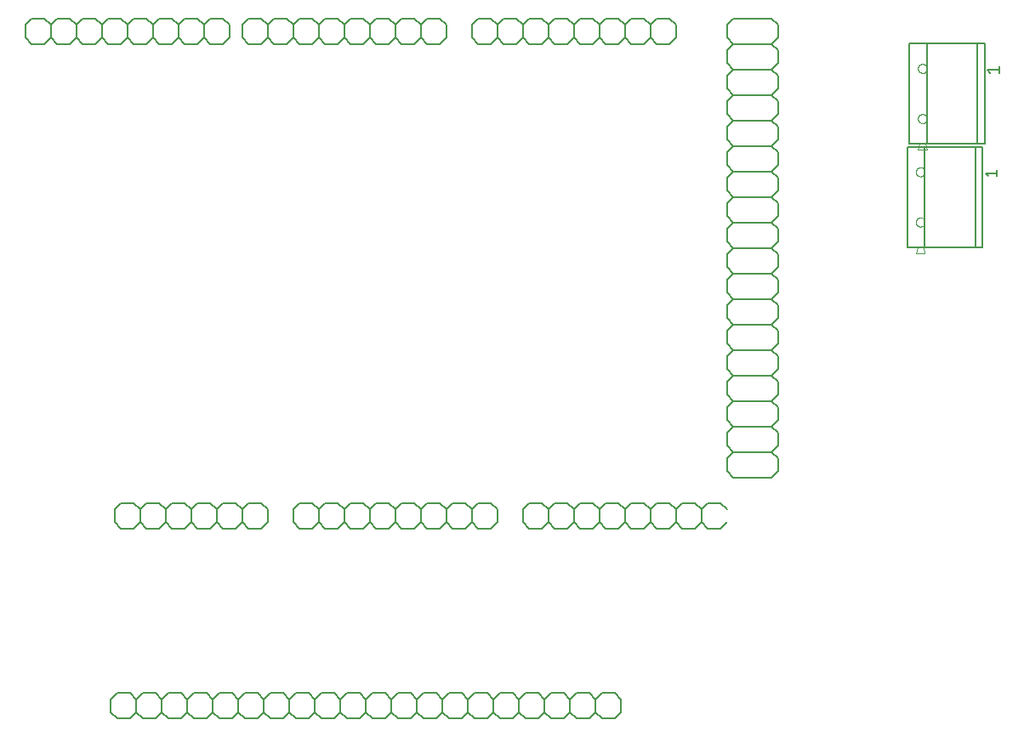
<source format=gto>
G75*
%MOIN*%
%OFA0B0*%
%FSLAX25Y25*%
%IPPOS*%
%LPD*%
%AMOC8*
5,1,8,0,0,1.08239X$1,22.5*
%
%ADD10C,0.00600*%
%ADD11C,0.00300*%
%ADD12C,0.00500*%
D10*
X0128543Y0038800D02*
X0131043Y0036300D01*
X0136043Y0036300D01*
X0138543Y0038800D01*
X0141043Y0036300D01*
X0146043Y0036300D01*
X0148543Y0038800D01*
X0148543Y0043800D01*
X0146043Y0046300D01*
X0141043Y0046300D01*
X0138543Y0043800D01*
X0138543Y0038800D01*
X0138543Y0043800D02*
X0136043Y0046300D01*
X0131043Y0046300D01*
X0128543Y0043800D01*
X0128543Y0038800D01*
X0148543Y0038800D02*
X0151043Y0036300D01*
X0156043Y0036300D01*
X0158543Y0038800D01*
X0161043Y0036300D01*
X0166043Y0036300D01*
X0168543Y0038800D01*
X0171043Y0036300D01*
X0176043Y0036300D01*
X0178543Y0038800D01*
X0178543Y0043800D01*
X0176043Y0046300D01*
X0171043Y0046300D01*
X0168543Y0043800D01*
X0168543Y0038800D01*
X0168543Y0043800D02*
X0166043Y0046300D01*
X0161043Y0046300D01*
X0158543Y0043800D01*
X0158543Y0038800D01*
X0158543Y0043800D02*
X0156043Y0046300D01*
X0151043Y0046300D01*
X0148543Y0043800D01*
X0178543Y0043800D02*
X0181043Y0046300D01*
X0186043Y0046300D01*
X0188543Y0043800D01*
X0191043Y0046300D01*
X0196043Y0046300D01*
X0198543Y0043800D01*
X0201043Y0046300D01*
X0206043Y0046300D01*
X0208543Y0043800D01*
X0208543Y0038800D01*
X0206043Y0036300D01*
X0201043Y0036300D01*
X0198543Y0038800D01*
X0196043Y0036300D01*
X0191043Y0036300D01*
X0188543Y0038800D01*
X0186043Y0036300D01*
X0181043Y0036300D01*
X0178543Y0038800D01*
X0188543Y0038800D02*
X0188543Y0043800D01*
X0198543Y0043800D02*
X0198543Y0038800D01*
X0208543Y0038800D02*
X0211043Y0036300D01*
X0216043Y0036300D01*
X0218543Y0038800D01*
X0221043Y0036300D01*
X0226043Y0036300D01*
X0228543Y0038800D01*
X0231043Y0036300D01*
X0236043Y0036300D01*
X0238543Y0038800D01*
X0238543Y0043800D01*
X0236043Y0046300D01*
X0231043Y0046300D01*
X0228543Y0043800D01*
X0228543Y0038800D01*
X0228543Y0043800D02*
X0226043Y0046300D01*
X0221043Y0046300D01*
X0218543Y0043800D01*
X0218543Y0038800D01*
X0218543Y0043800D02*
X0216043Y0046300D01*
X0211043Y0046300D01*
X0208543Y0043800D01*
X0238543Y0043800D02*
X0241043Y0046300D01*
X0246043Y0046300D01*
X0248543Y0043800D01*
X0251043Y0046300D01*
X0256043Y0046300D01*
X0258543Y0043800D01*
X0261043Y0046300D01*
X0266043Y0046300D01*
X0268543Y0043800D01*
X0268543Y0038800D01*
X0266043Y0036300D01*
X0261043Y0036300D01*
X0258543Y0038800D01*
X0256043Y0036300D01*
X0251043Y0036300D01*
X0248543Y0038800D01*
X0246043Y0036300D01*
X0241043Y0036300D01*
X0238543Y0038800D01*
X0248543Y0038800D02*
X0248543Y0043800D01*
X0258543Y0043800D02*
X0258543Y0038800D01*
X0268543Y0038800D02*
X0271043Y0036300D01*
X0276043Y0036300D01*
X0278543Y0038800D01*
X0281043Y0036300D01*
X0286043Y0036300D01*
X0288543Y0038800D01*
X0291043Y0036300D01*
X0296043Y0036300D01*
X0298543Y0038800D01*
X0298543Y0043800D01*
X0296043Y0046300D01*
X0291043Y0046300D01*
X0288543Y0043800D01*
X0288543Y0038800D01*
X0288543Y0043800D02*
X0286043Y0046300D01*
X0281043Y0046300D01*
X0278543Y0043800D01*
X0278543Y0038800D01*
X0278543Y0043800D02*
X0276043Y0046300D01*
X0271043Y0046300D01*
X0268543Y0043800D01*
X0298543Y0043800D02*
X0301043Y0046300D01*
X0306043Y0046300D01*
X0308543Y0043800D01*
X0311043Y0046300D01*
X0316043Y0046300D01*
X0318543Y0043800D01*
X0321043Y0046300D01*
X0326043Y0046300D01*
X0328543Y0043800D01*
X0328543Y0038800D01*
X0326043Y0036300D01*
X0321043Y0036300D01*
X0318543Y0038800D01*
X0316043Y0036300D01*
X0311043Y0036300D01*
X0308543Y0038800D01*
X0306043Y0036300D01*
X0301043Y0036300D01*
X0298543Y0038800D01*
X0308543Y0038800D02*
X0308543Y0043800D01*
X0318543Y0043800D02*
X0318543Y0038800D01*
X0317500Y0110906D02*
X0312500Y0110906D01*
X0310000Y0113406D01*
X0307500Y0110906D01*
X0302500Y0110906D01*
X0300000Y0113406D01*
X0297500Y0110906D01*
X0292500Y0110906D01*
X0290000Y0113406D01*
X0290000Y0118406D01*
X0292500Y0120906D01*
X0297500Y0120906D01*
X0300000Y0118406D01*
X0300000Y0113406D01*
X0300000Y0118406D02*
X0302500Y0120906D01*
X0307500Y0120906D01*
X0310000Y0118406D01*
X0312500Y0120906D01*
X0317500Y0120906D01*
X0320000Y0118406D01*
X0322500Y0120906D01*
X0327500Y0120906D01*
X0330000Y0118406D01*
X0330000Y0113406D01*
X0327500Y0110906D01*
X0322500Y0110906D01*
X0320000Y0113406D01*
X0317500Y0110906D01*
X0320000Y0113406D02*
X0320000Y0118406D01*
X0310000Y0118406D02*
X0310000Y0113406D01*
X0330000Y0113406D02*
X0332500Y0110906D01*
X0337500Y0110906D01*
X0340000Y0113406D01*
X0342500Y0110906D01*
X0347500Y0110906D01*
X0350000Y0113406D01*
X0352500Y0110906D01*
X0357500Y0110906D01*
X0360000Y0113406D01*
X0362500Y0110906D01*
X0367500Y0110906D01*
X0370000Y0113406D01*
X0370000Y0118406D02*
X0367500Y0120906D01*
X0362500Y0120906D01*
X0360000Y0118406D01*
X0360000Y0113406D01*
X0360000Y0118406D02*
X0357500Y0120906D01*
X0352500Y0120906D01*
X0350000Y0118406D01*
X0350000Y0113406D01*
X0350000Y0118406D02*
X0347500Y0120906D01*
X0342500Y0120906D01*
X0340000Y0118406D01*
X0340000Y0113406D01*
X0340000Y0118406D02*
X0337500Y0120906D01*
X0332500Y0120906D01*
X0330000Y0118406D01*
X0370000Y0133406D02*
X0372500Y0130906D01*
X0387500Y0130906D01*
X0390000Y0133406D01*
X0390000Y0138406D01*
X0387500Y0140906D01*
X0372500Y0140906D01*
X0370000Y0143406D01*
X0370000Y0148406D01*
X0372500Y0150906D01*
X0387500Y0150906D01*
X0390000Y0148406D01*
X0390000Y0143406D01*
X0387500Y0140906D01*
X0387500Y0150906D02*
X0390000Y0153406D01*
X0390000Y0158406D01*
X0387500Y0160906D01*
X0372500Y0160906D01*
X0370000Y0163406D01*
X0370000Y0168406D01*
X0372500Y0170906D01*
X0387500Y0170906D01*
X0390000Y0168406D01*
X0390000Y0163406D01*
X0387500Y0160906D01*
X0387500Y0170906D02*
X0390000Y0173406D01*
X0390000Y0178406D01*
X0387500Y0180906D01*
X0372500Y0180906D01*
X0370000Y0183406D01*
X0370000Y0188406D01*
X0372500Y0190906D01*
X0387500Y0190906D01*
X0390000Y0188406D01*
X0390000Y0183406D01*
X0387500Y0180906D01*
X0387500Y0190906D02*
X0390000Y0193406D01*
X0390000Y0198406D01*
X0387500Y0200906D01*
X0372500Y0200906D01*
X0370000Y0203406D01*
X0370000Y0208406D01*
X0372500Y0210906D01*
X0387500Y0210906D01*
X0390000Y0208406D01*
X0390000Y0203406D01*
X0387500Y0200906D01*
X0387500Y0210906D02*
X0390000Y0213406D01*
X0390000Y0218406D01*
X0387500Y0220906D01*
X0372500Y0220906D01*
X0370000Y0223406D01*
X0370000Y0228406D01*
X0372500Y0230906D01*
X0387500Y0230906D01*
X0390000Y0228406D01*
X0390000Y0223406D01*
X0387500Y0220906D01*
X0387500Y0230906D02*
X0390000Y0233406D01*
X0390000Y0238406D01*
X0387500Y0240906D01*
X0372500Y0240906D01*
X0370000Y0243406D01*
X0370000Y0248406D01*
X0372500Y0250906D01*
X0387500Y0250906D01*
X0390000Y0248406D01*
X0390000Y0243406D01*
X0387500Y0240906D01*
X0387500Y0250906D02*
X0390000Y0253406D01*
X0390000Y0258406D01*
X0387500Y0260906D01*
X0372500Y0260906D01*
X0370000Y0258406D01*
X0370000Y0253406D01*
X0372500Y0250906D01*
X0372500Y0260906D02*
X0370000Y0263406D01*
X0370000Y0268406D01*
X0372500Y0270906D01*
X0387500Y0270906D01*
X0390000Y0268406D01*
X0390000Y0263406D01*
X0387500Y0260906D01*
X0387500Y0270906D02*
X0390000Y0273406D01*
X0390000Y0278406D01*
X0387500Y0280906D01*
X0372500Y0280906D01*
X0370000Y0278406D01*
X0370000Y0273406D01*
X0372500Y0270906D01*
X0372500Y0280906D02*
X0370000Y0283406D01*
X0370000Y0288406D01*
X0372500Y0290906D01*
X0387500Y0290906D01*
X0390000Y0288406D01*
X0390000Y0283406D01*
X0387500Y0280906D01*
X0387500Y0290906D02*
X0390000Y0293406D01*
X0390000Y0298406D01*
X0387500Y0300906D01*
X0372500Y0300906D01*
X0370000Y0298406D01*
X0370000Y0293406D01*
X0372500Y0290906D01*
X0372500Y0300906D02*
X0370000Y0303406D01*
X0370000Y0308406D01*
X0372500Y0310906D01*
X0387500Y0310906D01*
X0390000Y0308406D01*
X0390000Y0303406D01*
X0387500Y0300906D01*
X0350000Y0303406D02*
X0347500Y0300906D01*
X0342500Y0300906D01*
X0340000Y0303406D01*
X0340000Y0308406D01*
X0342500Y0310906D01*
X0347500Y0310906D01*
X0350000Y0308406D01*
X0350000Y0303406D01*
X0340000Y0303406D02*
X0337500Y0300906D01*
X0332500Y0300906D01*
X0330000Y0303406D01*
X0327500Y0300906D01*
X0322500Y0300906D01*
X0320000Y0303406D01*
X0317500Y0300906D01*
X0312500Y0300906D01*
X0310000Y0303406D01*
X0310000Y0308406D01*
X0312500Y0310906D01*
X0317500Y0310906D01*
X0320000Y0308406D01*
X0322500Y0310906D01*
X0327500Y0310906D01*
X0330000Y0308406D01*
X0332500Y0310906D01*
X0337500Y0310906D01*
X0340000Y0308406D01*
X0330000Y0308406D02*
X0330000Y0303406D01*
X0320000Y0303406D02*
X0320000Y0308406D01*
X0310000Y0308406D02*
X0307500Y0310906D01*
X0302500Y0310906D01*
X0300000Y0308406D01*
X0297500Y0310906D01*
X0292500Y0310906D01*
X0290000Y0308406D01*
X0287500Y0310906D01*
X0282500Y0310906D01*
X0280000Y0308406D01*
X0277500Y0310906D01*
X0272500Y0310906D01*
X0270000Y0308406D01*
X0270000Y0303406D01*
X0272500Y0300906D01*
X0277500Y0300906D01*
X0280000Y0303406D01*
X0280000Y0308406D01*
X0280000Y0303406D02*
X0282500Y0300906D01*
X0287500Y0300906D01*
X0290000Y0303406D01*
X0290000Y0308406D01*
X0290000Y0303406D02*
X0292500Y0300906D01*
X0297500Y0300906D01*
X0300000Y0303406D01*
X0300000Y0308406D01*
X0300000Y0303406D02*
X0302500Y0300906D01*
X0307500Y0300906D01*
X0310000Y0303406D01*
X0260000Y0303406D02*
X0257500Y0300906D01*
X0252500Y0300906D01*
X0250000Y0303406D01*
X0250000Y0308406D01*
X0252500Y0310906D01*
X0257500Y0310906D01*
X0260000Y0308406D01*
X0260000Y0303406D01*
X0250000Y0303406D02*
X0247500Y0300906D01*
X0242500Y0300906D01*
X0240000Y0303406D01*
X0237500Y0300906D01*
X0232500Y0300906D01*
X0230000Y0303406D01*
X0227500Y0300906D01*
X0222500Y0300906D01*
X0220000Y0303406D01*
X0220000Y0308406D01*
X0222500Y0310906D01*
X0227500Y0310906D01*
X0230000Y0308406D01*
X0232500Y0310906D01*
X0237500Y0310906D01*
X0240000Y0308406D01*
X0242500Y0310906D01*
X0247500Y0310906D01*
X0250000Y0308406D01*
X0240000Y0308406D02*
X0240000Y0303406D01*
X0230000Y0303406D02*
X0230000Y0308406D01*
X0220000Y0308406D02*
X0217500Y0310906D01*
X0212500Y0310906D01*
X0210000Y0308406D01*
X0207500Y0310906D01*
X0202500Y0310906D01*
X0200000Y0308406D01*
X0197500Y0310906D01*
X0192500Y0310906D01*
X0190000Y0308406D01*
X0187500Y0310906D01*
X0182500Y0310906D01*
X0180000Y0308406D01*
X0180000Y0303406D01*
X0182500Y0300906D01*
X0187500Y0300906D01*
X0190000Y0303406D01*
X0190000Y0308406D01*
X0190000Y0303406D02*
X0192500Y0300906D01*
X0197500Y0300906D01*
X0200000Y0303406D01*
X0200000Y0308406D01*
X0200000Y0303406D02*
X0202500Y0300906D01*
X0207500Y0300906D01*
X0210000Y0303406D01*
X0210000Y0308406D01*
X0210000Y0303406D02*
X0212500Y0300906D01*
X0217500Y0300906D01*
X0220000Y0303406D01*
X0175000Y0303406D02*
X0172500Y0300906D01*
X0167500Y0300906D01*
X0165000Y0303406D01*
X0165000Y0308406D01*
X0167500Y0310906D01*
X0172500Y0310906D01*
X0175000Y0308406D01*
X0175000Y0303406D01*
X0165000Y0303406D02*
X0162500Y0300906D01*
X0157500Y0300906D01*
X0155000Y0303406D01*
X0152500Y0300906D01*
X0147500Y0300906D01*
X0145000Y0303406D01*
X0142500Y0300906D01*
X0137500Y0300906D01*
X0135000Y0303406D01*
X0135000Y0308406D01*
X0137500Y0310906D01*
X0142500Y0310906D01*
X0145000Y0308406D01*
X0147500Y0310906D01*
X0152500Y0310906D01*
X0155000Y0308406D01*
X0157500Y0310906D01*
X0162500Y0310906D01*
X0165000Y0308406D01*
X0155000Y0308406D02*
X0155000Y0303406D01*
X0145000Y0303406D02*
X0145000Y0308406D01*
X0135000Y0308406D02*
X0132500Y0310906D01*
X0127500Y0310906D01*
X0125000Y0308406D01*
X0122500Y0310906D01*
X0117500Y0310906D01*
X0115000Y0308406D01*
X0112500Y0310906D01*
X0107500Y0310906D01*
X0105000Y0308406D01*
X0102500Y0310906D01*
X0097500Y0310906D01*
X0095000Y0308406D01*
X0095000Y0303406D01*
X0097500Y0300906D01*
X0102500Y0300906D01*
X0105000Y0303406D01*
X0105000Y0308406D01*
X0105000Y0303406D02*
X0107500Y0300906D01*
X0112500Y0300906D01*
X0115000Y0303406D01*
X0115000Y0308406D01*
X0115000Y0303406D02*
X0117500Y0300906D01*
X0122500Y0300906D01*
X0125000Y0303406D01*
X0125000Y0308406D01*
X0125000Y0303406D02*
X0127500Y0300906D01*
X0132500Y0300906D01*
X0135000Y0303406D01*
X0132500Y0120906D02*
X0137500Y0120906D01*
X0140000Y0118406D01*
X0140000Y0113406D01*
X0137500Y0110906D01*
X0132500Y0110906D01*
X0130000Y0113406D01*
X0130000Y0118406D01*
X0132500Y0120906D01*
X0140000Y0118406D02*
X0142500Y0120906D01*
X0147500Y0120906D01*
X0150000Y0118406D01*
X0152500Y0120906D01*
X0157500Y0120906D01*
X0160000Y0118406D01*
X0162500Y0120906D01*
X0167500Y0120906D01*
X0170000Y0118406D01*
X0170000Y0113406D01*
X0167500Y0110906D01*
X0162500Y0110906D01*
X0160000Y0113406D01*
X0157500Y0110906D01*
X0152500Y0110906D01*
X0150000Y0113406D01*
X0147500Y0110906D01*
X0142500Y0110906D01*
X0140000Y0113406D01*
X0150000Y0113406D02*
X0150000Y0118406D01*
X0160000Y0118406D02*
X0160000Y0113406D01*
X0170000Y0113406D02*
X0172500Y0110906D01*
X0177500Y0110906D01*
X0180000Y0113406D01*
X0182500Y0110906D01*
X0187500Y0110906D01*
X0190000Y0113406D01*
X0190000Y0118406D01*
X0187500Y0120906D01*
X0182500Y0120906D01*
X0180000Y0118406D01*
X0180000Y0113406D01*
X0180000Y0118406D02*
X0177500Y0120906D01*
X0172500Y0120906D01*
X0170000Y0118406D01*
X0200000Y0118406D02*
X0200000Y0113406D01*
X0202500Y0110906D01*
X0207500Y0110906D01*
X0210000Y0113406D01*
X0210000Y0118406D01*
X0207500Y0120906D01*
X0202500Y0120906D01*
X0200000Y0118406D01*
X0210000Y0118406D02*
X0212500Y0120906D01*
X0217500Y0120906D01*
X0220000Y0118406D01*
X0222500Y0120906D01*
X0227500Y0120906D01*
X0230000Y0118406D01*
X0232500Y0120906D01*
X0237500Y0120906D01*
X0240000Y0118406D01*
X0240000Y0113406D01*
X0237500Y0110906D01*
X0232500Y0110906D01*
X0230000Y0113406D01*
X0227500Y0110906D01*
X0222500Y0110906D01*
X0220000Y0113406D01*
X0217500Y0110906D01*
X0212500Y0110906D01*
X0210000Y0113406D01*
X0220000Y0113406D02*
X0220000Y0118406D01*
X0230000Y0118406D02*
X0230000Y0113406D01*
X0240000Y0113406D02*
X0242500Y0110906D01*
X0247500Y0110906D01*
X0250000Y0113406D01*
X0252500Y0110906D01*
X0257500Y0110906D01*
X0260000Y0113406D01*
X0262500Y0110906D01*
X0267500Y0110906D01*
X0270000Y0113406D01*
X0272500Y0110906D01*
X0277500Y0110906D01*
X0280000Y0113406D01*
X0280000Y0118406D01*
X0277500Y0120906D01*
X0272500Y0120906D01*
X0270000Y0118406D01*
X0270000Y0113406D01*
X0270000Y0118406D02*
X0267500Y0120906D01*
X0262500Y0120906D01*
X0260000Y0118406D01*
X0260000Y0113406D01*
X0260000Y0118406D02*
X0257500Y0120906D01*
X0252500Y0120906D01*
X0250000Y0118406D01*
X0250000Y0113406D01*
X0250000Y0118406D02*
X0247500Y0120906D01*
X0242500Y0120906D01*
X0240000Y0118406D01*
X0370000Y0133406D02*
X0370000Y0138406D01*
X0372500Y0140906D01*
X0372500Y0150906D02*
X0370000Y0153406D01*
X0370000Y0158406D01*
X0372500Y0160906D01*
X0372500Y0170906D02*
X0370000Y0173406D01*
X0370000Y0178406D01*
X0372500Y0180906D01*
X0372500Y0190906D02*
X0370000Y0193406D01*
X0370000Y0198406D01*
X0372500Y0200906D01*
X0372500Y0210906D02*
X0370000Y0213406D01*
X0370000Y0218406D01*
X0372500Y0220906D01*
X0372500Y0230906D02*
X0370000Y0233406D01*
X0370000Y0238406D01*
X0372500Y0240906D01*
X0440748Y0260552D02*
X0440748Y0221182D01*
X0444705Y0221182D01*
X0447028Y0221182D01*
X0447559Y0221182D01*
X0447559Y0260552D01*
X0467362Y0260552D01*
X0467362Y0221182D01*
X0447559Y0221182D01*
X0467362Y0221182D02*
X0470276Y0221182D01*
X0470276Y0260552D01*
X0467362Y0260552D01*
X0468189Y0261733D02*
X0468189Y0301103D01*
X0471102Y0301103D01*
X0471102Y0261733D01*
X0468189Y0261733D01*
X0448386Y0261733D01*
X0448386Y0301103D01*
X0468189Y0301103D01*
X0448386Y0301103D02*
X0441575Y0301103D01*
X0441575Y0261733D01*
X0445531Y0261733D01*
X0447854Y0261733D01*
X0448386Y0261733D01*
X0447559Y0260552D02*
X0440748Y0260552D01*
D11*
X0444921Y0259450D02*
X0448465Y0259450D01*
X0447854Y0261733D01*
X0445531Y0261733D02*
X0444921Y0259450D01*
X0444094Y0250709D02*
X0444096Y0250793D01*
X0444102Y0250876D01*
X0444112Y0250959D01*
X0444126Y0251042D01*
X0444143Y0251124D01*
X0444165Y0251205D01*
X0444190Y0251284D01*
X0444219Y0251363D01*
X0444252Y0251440D01*
X0444288Y0251515D01*
X0444328Y0251589D01*
X0444371Y0251661D01*
X0444418Y0251730D01*
X0444468Y0251797D01*
X0444521Y0251862D01*
X0444577Y0251924D01*
X0444635Y0251984D01*
X0444697Y0252041D01*
X0444761Y0252094D01*
X0444828Y0252145D01*
X0444897Y0252192D01*
X0444968Y0252237D01*
X0445041Y0252277D01*
X0445116Y0252314D01*
X0445193Y0252348D01*
X0445271Y0252378D01*
X0445350Y0252404D01*
X0445431Y0252427D01*
X0445513Y0252445D01*
X0445595Y0252460D01*
X0445678Y0252471D01*
X0445761Y0252478D01*
X0445845Y0252481D01*
X0445929Y0252480D01*
X0446012Y0252475D01*
X0446096Y0252466D01*
X0446178Y0252453D01*
X0446260Y0252437D01*
X0446341Y0252416D01*
X0446422Y0252392D01*
X0446500Y0252364D01*
X0446578Y0252332D01*
X0446654Y0252296D01*
X0446728Y0252257D01*
X0446800Y0252215D01*
X0446870Y0252169D01*
X0446938Y0252120D01*
X0447003Y0252068D01*
X0447066Y0252013D01*
X0447126Y0251955D01*
X0447184Y0251894D01*
X0447238Y0251830D01*
X0447290Y0251764D01*
X0447338Y0251696D01*
X0447383Y0251625D01*
X0447424Y0251552D01*
X0447463Y0251478D01*
X0447497Y0251402D01*
X0447528Y0251324D01*
X0447555Y0251245D01*
X0447579Y0251164D01*
X0447598Y0251083D01*
X0447614Y0251001D01*
X0447626Y0250918D01*
X0447634Y0250834D01*
X0447638Y0250751D01*
X0447638Y0250667D01*
X0447634Y0250584D01*
X0447626Y0250500D01*
X0447614Y0250417D01*
X0447598Y0250335D01*
X0447579Y0250254D01*
X0447555Y0250173D01*
X0447528Y0250094D01*
X0447497Y0250016D01*
X0447463Y0249940D01*
X0447424Y0249866D01*
X0447383Y0249793D01*
X0447338Y0249722D01*
X0447290Y0249654D01*
X0447238Y0249588D01*
X0447184Y0249524D01*
X0447126Y0249463D01*
X0447066Y0249405D01*
X0447003Y0249350D01*
X0446938Y0249298D01*
X0446870Y0249249D01*
X0446800Y0249203D01*
X0446728Y0249161D01*
X0446654Y0249122D01*
X0446578Y0249086D01*
X0446500Y0249054D01*
X0446422Y0249026D01*
X0446341Y0249002D01*
X0446260Y0248981D01*
X0446178Y0248965D01*
X0446096Y0248952D01*
X0446012Y0248943D01*
X0445929Y0248938D01*
X0445845Y0248937D01*
X0445761Y0248940D01*
X0445678Y0248947D01*
X0445595Y0248958D01*
X0445513Y0248973D01*
X0445431Y0248991D01*
X0445350Y0249014D01*
X0445271Y0249040D01*
X0445193Y0249070D01*
X0445116Y0249104D01*
X0445041Y0249141D01*
X0444968Y0249181D01*
X0444897Y0249226D01*
X0444828Y0249273D01*
X0444761Y0249324D01*
X0444697Y0249377D01*
X0444635Y0249434D01*
X0444577Y0249494D01*
X0444521Y0249556D01*
X0444468Y0249621D01*
X0444418Y0249688D01*
X0444371Y0249757D01*
X0444328Y0249829D01*
X0444288Y0249903D01*
X0444252Y0249978D01*
X0444219Y0250055D01*
X0444190Y0250134D01*
X0444165Y0250213D01*
X0444143Y0250294D01*
X0444126Y0250376D01*
X0444112Y0250459D01*
X0444102Y0250542D01*
X0444096Y0250625D01*
X0444094Y0250709D01*
X0444094Y0231024D02*
X0444096Y0231108D01*
X0444102Y0231191D01*
X0444112Y0231274D01*
X0444126Y0231357D01*
X0444143Y0231439D01*
X0444165Y0231520D01*
X0444190Y0231599D01*
X0444219Y0231678D01*
X0444252Y0231755D01*
X0444288Y0231830D01*
X0444328Y0231904D01*
X0444371Y0231976D01*
X0444418Y0232045D01*
X0444468Y0232112D01*
X0444521Y0232177D01*
X0444577Y0232239D01*
X0444635Y0232299D01*
X0444697Y0232356D01*
X0444761Y0232409D01*
X0444828Y0232460D01*
X0444897Y0232507D01*
X0444968Y0232552D01*
X0445041Y0232592D01*
X0445116Y0232629D01*
X0445193Y0232663D01*
X0445271Y0232693D01*
X0445350Y0232719D01*
X0445431Y0232742D01*
X0445513Y0232760D01*
X0445595Y0232775D01*
X0445678Y0232786D01*
X0445761Y0232793D01*
X0445845Y0232796D01*
X0445929Y0232795D01*
X0446012Y0232790D01*
X0446096Y0232781D01*
X0446178Y0232768D01*
X0446260Y0232752D01*
X0446341Y0232731D01*
X0446422Y0232707D01*
X0446500Y0232679D01*
X0446578Y0232647D01*
X0446654Y0232611D01*
X0446728Y0232572D01*
X0446800Y0232530D01*
X0446870Y0232484D01*
X0446938Y0232435D01*
X0447003Y0232383D01*
X0447066Y0232328D01*
X0447126Y0232270D01*
X0447184Y0232209D01*
X0447238Y0232145D01*
X0447290Y0232079D01*
X0447338Y0232011D01*
X0447383Y0231940D01*
X0447424Y0231867D01*
X0447463Y0231793D01*
X0447497Y0231717D01*
X0447528Y0231639D01*
X0447555Y0231560D01*
X0447579Y0231479D01*
X0447598Y0231398D01*
X0447614Y0231316D01*
X0447626Y0231233D01*
X0447634Y0231149D01*
X0447638Y0231066D01*
X0447638Y0230982D01*
X0447634Y0230899D01*
X0447626Y0230815D01*
X0447614Y0230732D01*
X0447598Y0230650D01*
X0447579Y0230569D01*
X0447555Y0230488D01*
X0447528Y0230409D01*
X0447497Y0230331D01*
X0447463Y0230255D01*
X0447424Y0230181D01*
X0447383Y0230108D01*
X0447338Y0230037D01*
X0447290Y0229969D01*
X0447238Y0229903D01*
X0447184Y0229839D01*
X0447126Y0229778D01*
X0447066Y0229720D01*
X0447003Y0229665D01*
X0446938Y0229613D01*
X0446870Y0229564D01*
X0446800Y0229518D01*
X0446728Y0229476D01*
X0446654Y0229437D01*
X0446578Y0229401D01*
X0446500Y0229369D01*
X0446422Y0229341D01*
X0446341Y0229317D01*
X0446260Y0229296D01*
X0446178Y0229280D01*
X0446096Y0229267D01*
X0446012Y0229258D01*
X0445929Y0229253D01*
X0445845Y0229252D01*
X0445761Y0229255D01*
X0445678Y0229262D01*
X0445595Y0229273D01*
X0445513Y0229288D01*
X0445431Y0229306D01*
X0445350Y0229329D01*
X0445271Y0229355D01*
X0445193Y0229385D01*
X0445116Y0229419D01*
X0445041Y0229456D01*
X0444968Y0229496D01*
X0444897Y0229541D01*
X0444828Y0229588D01*
X0444761Y0229639D01*
X0444697Y0229692D01*
X0444635Y0229749D01*
X0444577Y0229809D01*
X0444521Y0229871D01*
X0444468Y0229936D01*
X0444418Y0230003D01*
X0444371Y0230072D01*
X0444328Y0230144D01*
X0444288Y0230218D01*
X0444252Y0230293D01*
X0444219Y0230370D01*
X0444190Y0230449D01*
X0444165Y0230528D01*
X0444143Y0230609D01*
X0444126Y0230691D01*
X0444112Y0230774D01*
X0444102Y0230857D01*
X0444096Y0230940D01*
X0444094Y0231024D01*
X0444705Y0221182D02*
X0444094Y0218898D01*
X0447638Y0218898D01*
X0447028Y0221182D01*
X0444921Y0271576D02*
X0444923Y0271660D01*
X0444929Y0271743D01*
X0444939Y0271826D01*
X0444953Y0271909D01*
X0444970Y0271991D01*
X0444992Y0272072D01*
X0445017Y0272151D01*
X0445046Y0272230D01*
X0445079Y0272307D01*
X0445115Y0272382D01*
X0445155Y0272456D01*
X0445198Y0272528D01*
X0445245Y0272597D01*
X0445295Y0272664D01*
X0445348Y0272729D01*
X0445404Y0272791D01*
X0445462Y0272851D01*
X0445524Y0272908D01*
X0445588Y0272961D01*
X0445655Y0273012D01*
X0445724Y0273059D01*
X0445795Y0273104D01*
X0445868Y0273144D01*
X0445943Y0273181D01*
X0446020Y0273215D01*
X0446098Y0273245D01*
X0446177Y0273271D01*
X0446258Y0273294D01*
X0446340Y0273312D01*
X0446422Y0273327D01*
X0446505Y0273338D01*
X0446588Y0273345D01*
X0446672Y0273348D01*
X0446756Y0273347D01*
X0446839Y0273342D01*
X0446923Y0273333D01*
X0447005Y0273320D01*
X0447087Y0273304D01*
X0447168Y0273283D01*
X0447249Y0273259D01*
X0447327Y0273231D01*
X0447405Y0273199D01*
X0447481Y0273163D01*
X0447555Y0273124D01*
X0447627Y0273082D01*
X0447697Y0273036D01*
X0447765Y0272987D01*
X0447830Y0272935D01*
X0447893Y0272880D01*
X0447953Y0272822D01*
X0448011Y0272761D01*
X0448065Y0272697D01*
X0448117Y0272631D01*
X0448165Y0272563D01*
X0448210Y0272492D01*
X0448251Y0272419D01*
X0448290Y0272345D01*
X0448324Y0272269D01*
X0448355Y0272191D01*
X0448382Y0272112D01*
X0448406Y0272031D01*
X0448425Y0271950D01*
X0448441Y0271868D01*
X0448453Y0271785D01*
X0448461Y0271701D01*
X0448465Y0271618D01*
X0448465Y0271534D01*
X0448461Y0271451D01*
X0448453Y0271367D01*
X0448441Y0271284D01*
X0448425Y0271202D01*
X0448406Y0271121D01*
X0448382Y0271040D01*
X0448355Y0270961D01*
X0448324Y0270883D01*
X0448290Y0270807D01*
X0448251Y0270733D01*
X0448210Y0270660D01*
X0448165Y0270589D01*
X0448117Y0270521D01*
X0448065Y0270455D01*
X0448011Y0270391D01*
X0447953Y0270330D01*
X0447893Y0270272D01*
X0447830Y0270217D01*
X0447765Y0270165D01*
X0447697Y0270116D01*
X0447627Y0270070D01*
X0447555Y0270028D01*
X0447481Y0269989D01*
X0447405Y0269953D01*
X0447327Y0269921D01*
X0447249Y0269893D01*
X0447168Y0269869D01*
X0447087Y0269848D01*
X0447005Y0269832D01*
X0446923Y0269819D01*
X0446839Y0269810D01*
X0446756Y0269805D01*
X0446672Y0269804D01*
X0446588Y0269807D01*
X0446505Y0269814D01*
X0446422Y0269825D01*
X0446340Y0269840D01*
X0446258Y0269858D01*
X0446177Y0269881D01*
X0446098Y0269907D01*
X0446020Y0269937D01*
X0445943Y0269971D01*
X0445868Y0270008D01*
X0445795Y0270048D01*
X0445724Y0270093D01*
X0445655Y0270140D01*
X0445588Y0270191D01*
X0445524Y0270244D01*
X0445462Y0270301D01*
X0445404Y0270361D01*
X0445348Y0270423D01*
X0445295Y0270488D01*
X0445245Y0270555D01*
X0445198Y0270624D01*
X0445155Y0270696D01*
X0445115Y0270770D01*
X0445079Y0270845D01*
X0445046Y0270922D01*
X0445017Y0271001D01*
X0444992Y0271080D01*
X0444970Y0271161D01*
X0444953Y0271243D01*
X0444939Y0271326D01*
X0444929Y0271409D01*
X0444923Y0271492D01*
X0444921Y0271576D01*
X0444921Y0291261D02*
X0444923Y0291345D01*
X0444929Y0291428D01*
X0444939Y0291511D01*
X0444953Y0291594D01*
X0444970Y0291676D01*
X0444992Y0291757D01*
X0445017Y0291836D01*
X0445046Y0291915D01*
X0445079Y0291992D01*
X0445115Y0292067D01*
X0445155Y0292141D01*
X0445198Y0292213D01*
X0445245Y0292282D01*
X0445295Y0292349D01*
X0445348Y0292414D01*
X0445404Y0292476D01*
X0445462Y0292536D01*
X0445524Y0292593D01*
X0445588Y0292646D01*
X0445655Y0292697D01*
X0445724Y0292744D01*
X0445795Y0292789D01*
X0445868Y0292829D01*
X0445943Y0292866D01*
X0446020Y0292900D01*
X0446098Y0292930D01*
X0446177Y0292956D01*
X0446258Y0292979D01*
X0446340Y0292997D01*
X0446422Y0293012D01*
X0446505Y0293023D01*
X0446588Y0293030D01*
X0446672Y0293033D01*
X0446756Y0293032D01*
X0446839Y0293027D01*
X0446923Y0293018D01*
X0447005Y0293005D01*
X0447087Y0292989D01*
X0447168Y0292968D01*
X0447249Y0292944D01*
X0447327Y0292916D01*
X0447405Y0292884D01*
X0447481Y0292848D01*
X0447555Y0292809D01*
X0447627Y0292767D01*
X0447697Y0292721D01*
X0447765Y0292672D01*
X0447830Y0292620D01*
X0447893Y0292565D01*
X0447953Y0292507D01*
X0448011Y0292446D01*
X0448065Y0292382D01*
X0448117Y0292316D01*
X0448165Y0292248D01*
X0448210Y0292177D01*
X0448251Y0292104D01*
X0448290Y0292030D01*
X0448324Y0291954D01*
X0448355Y0291876D01*
X0448382Y0291797D01*
X0448406Y0291716D01*
X0448425Y0291635D01*
X0448441Y0291553D01*
X0448453Y0291470D01*
X0448461Y0291386D01*
X0448465Y0291303D01*
X0448465Y0291219D01*
X0448461Y0291136D01*
X0448453Y0291052D01*
X0448441Y0290969D01*
X0448425Y0290887D01*
X0448406Y0290806D01*
X0448382Y0290725D01*
X0448355Y0290646D01*
X0448324Y0290568D01*
X0448290Y0290492D01*
X0448251Y0290418D01*
X0448210Y0290345D01*
X0448165Y0290274D01*
X0448117Y0290206D01*
X0448065Y0290140D01*
X0448011Y0290076D01*
X0447953Y0290015D01*
X0447893Y0289957D01*
X0447830Y0289902D01*
X0447765Y0289850D01*
X0447697Y0289801D01*
X0447627Y0289755D01*
X0447555Y0289713D01*
X0447481Y0289674D01*
X0447405Y0289638D01*
X0447327Y0289606D01*
X0447249Y0289578D01*
X0447168Y0289554D01*
X0447087Y0289533D01*
X0447005Y0289517D01*
X0446923Y0289504D01*
X0446839Y0289495D01*
X0446756Y0289490D01*
X0446672Y0289489D01*
X0446588Y0289492D01*
X0446505Y0289499D01*
X0446422Y0289510D01*
X0446340Y0289525D01*
X0446258Y0289543D01*
X0446177Y0289566D01*
X0446098Y0289592D01*
X0446020Y0289622D01*
X0445943Y0289656D01*
X0445868Y0289693D01*
X0445795Y0289733D01*
X0445724Y0289778D01*
X0445655Y0289825D01*
X0445588Y0289876D01*
X0445524Y0289929D01*
X0445462Y0289986D01*
X0445404Y0290046D01*
X0445348Y0290108D01*
X0445295Y0290173D01*
X0445245Y0290240D01*
X0445198Y0290309D01*
X0445155Y0290381D01*
X0445115Y0290455D01*
X0445079Y0290530D01*
X0445046Y0290607D01*
X0445017Y0290686D01*
X0444992Y0290765D01*
X0444970Y0290846D01*
X0444953Y0290928D01*
X0444939Y0291011D01*
X0444929Y0291094D01*
X0444923Y0291177D01*
X0444921Y0291261D01*
D12*
X0472258Y0290792D02*
X0473258Y0289542D01*
X0472258Y0290792D02*
X0476758Y0290792D01*
X0476758Y0289542D02*
X0476758Y0292042D01*
X0475931Y0251491D02*
X0475931Y0248991D01*
X0475931Y0250241D02*
X0471431Y0250241D01*
X0472431Y0248991D01*
M02*

</source>
